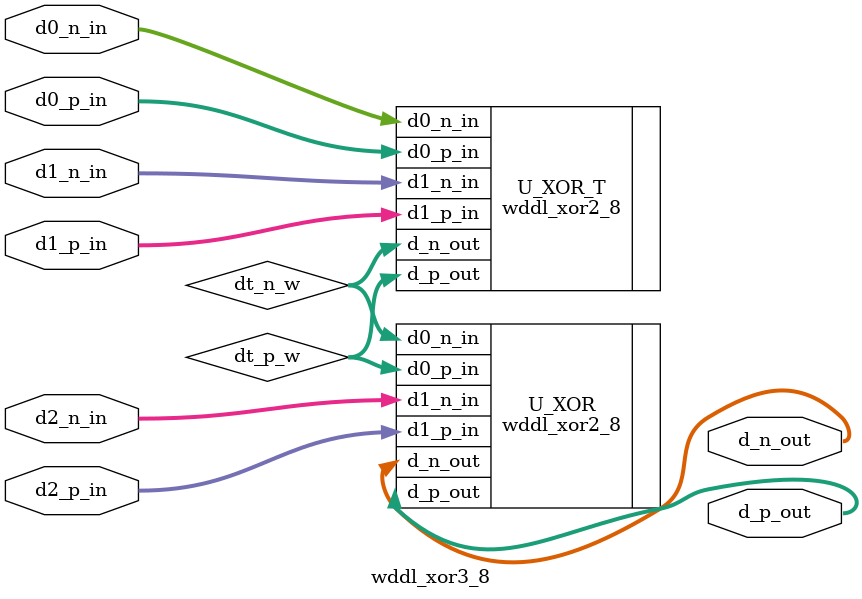
<source format=v>
module  wddl_xor3_8
(
 d0_p_in
,d0_n_in
,d1_p_in
,d1_n_in
,d2_p_in
,d2_n_in
,d_p_out
,d_n_out
);


input   [7 : 0]   d0_p_in, d0_n_in;
input   [7 : 0]   d1_p_in, d1_n_in;
input   [7 : 0]   d2_p_in, d2_n_in;
output  [7 : 0]   d_p_out, d_n_out;

wire    [7 : 0]   dt_p_w, dt_n_w;


wddl_xor2_8   U_XOR_T
(
 .d0_p_in   ( d0_p_in   )
,.d0_n_in   ( d0_n_in   )
,.d1_p_in   ( d1_p_in   )
,.d1_n_in   ( d1_n_in   )
,.d_p_out   ( dt_p_w    )
,.d_n_out   ( dt_n_w    )
);

wddl_xor2_8   U_XOR
(
 .d0_p_in   ( dt_p_w    )
,.d0_n_in   ( dt_n_w    )
,.d1_p_in   ( d2_p_in   )
,.d1_n_in   ( d2_n_in   )
,.d_p_out   ( d_p_out   )
,.d_n_out   ( d_n_out   )
);


endmodule


</source>
